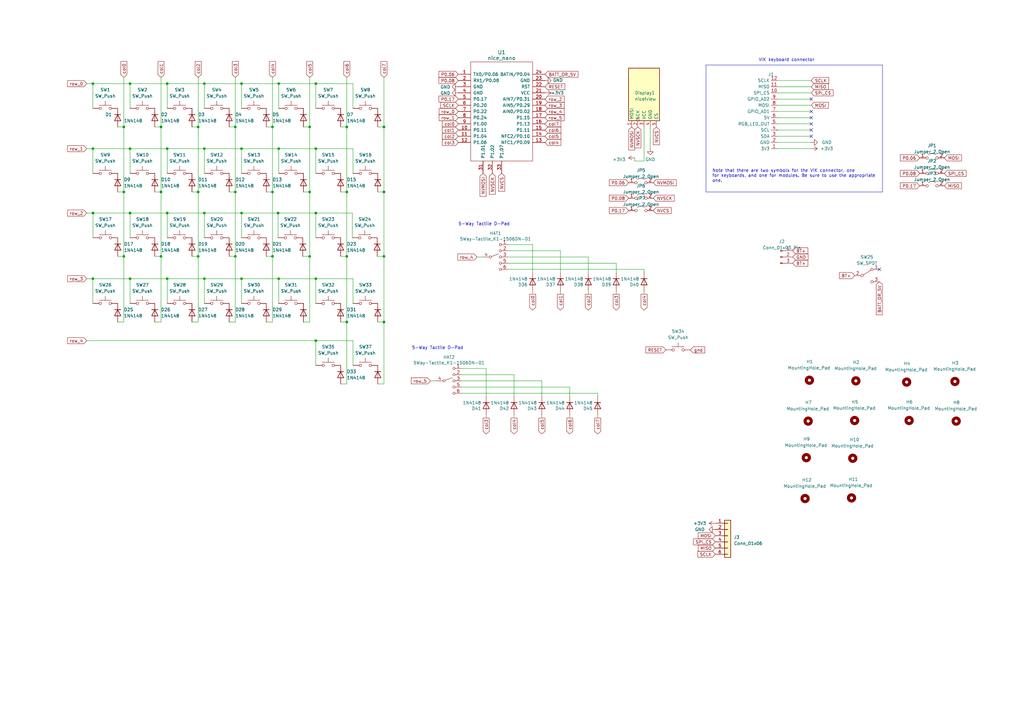
<source format=kicad_sch>
(kicad_sch (version 20230121) (generator eeschema)
  (paper "A3")
  (junction (at 127 105.156))
  (junction (at 142.24 132.08))
  (junction (at 142.24 52.07))
  (junction (at 38.1481 87.376))
  (junction (at 53.34 34.29))
  (junction (at 114.3 34.29))
  (junction (at 50.8 78.74))
  (junction (at 129.54 34.29))
  (junction (at 68.58 34.29))
  (junction (at 96.52 105.156))
  (junction (at 129.54 87.376))
  (junction (at 53.34 60.96))
  (junction (at 127 52.07))
  (junction (at 99.06 87.376))
  (junction (at 81.28 105.156))
  (junction (at 66.04 78.74))
  (junction (at 38.1 34.29))
  (junction (at 53.34 87.376))
  (junction (at 38.1 60.96))
  (junction (at 157.48 78.74))
  (junction (at 81.28 52.07))
  (junction (at 129.54 114.3))
  (junction (at 96.52 52.07))
  (junction (at 127 78.74))
  (junction (at 111.76 78.74))
  (junction (at 99.06 60.96))
  (junction (at 50.8 52.07))
  (junction (at 99.06 114.3))
  (junction (at 38.1 114.3))
  (junction (at 96.52 78.74))
  (junction (at 83.82 34.29))
  (junction (at 50.8 105.156))
  (junction (at 114.046 87.376))
  (junction (at 66.04 52.07))
  (junction (at 99.06 34.29))
  (junction (at 68.58 60.96))
  (junction (at 111.76 105.156))
  (junction (at 129.54 139.7))
  (junction (at 81.28 78.74))
  (junction (at 114.3 114.3))
  (junction (at 68.58 87.376))
  (junction (at 142.24 78.74))
  (junction (at 114.3 60.96))
  (junction (at 111.76 52.07))
  (junction (at 66.04 105.156))
  (junction (at 157.48 105.156))
  (junction (at 83.82 60.96))
  (junction (at 83.82 114.3))
  (junction (at 157.48 132.08))
  (junction (at 129.54 60.96))
  (junction (at 157.48 52.07))
  (junction (at 68.58 114.3))
  (junction (at 142.24 105.156))
  (junction (at 83.82 87.376))
  (junction (at 53.34 114.3))
  (no_connect (at 332.74 55.88))
  (no_connect (at 332.74 53.34))
  (no_connect (at 332.74 48.26))
  (no_connect (at 360.68 110.49))
  (no_connect (at 332.74 50.8))
  (no_connect (at 332.74 40.64))
  (no_connect (at 332.74 45.72))
  (wire (pts (xy 114.3 34.29) (xy 129.54 34.29)))
  (wire (pts (xy 129.54 60.96) (xy 144.78 60.96)))
  (wire (pts (xy 318.77 40.64) (xy 332.74 40.64)))
  (wire (pts (xy 157.48 78.74) (xy 157.48 52.07)))
  (wire (pts (xy 241.3 119.38) (xy 241.3 120.65)))
  (wire (pts (xy 50.8 105.156) (xy 50.8 132.08)))
  (wire (pts (xy 111.76 52.07) (xy 111.76 78.74)))
  (wire (pts (xy 50.8 78.74) (xy 48.26 78.74)))
  (wire (pts (xy 189.23 153.67) (xy 210.82 153.67)))
  (wire (pts (xy 318.77 33.02) (xy 332.74 33.02)))
  (wire (pts (xy 139.7 157.48) (xy 142.24 157.48)))
  (wire (pts (xy 53.34 114.3) (xy 68.58 114.3)))
  (wire (pts (xy 127 105.156) (xy 124.206 105.156)))
  (wire (pts (xy 142.24 105.156) (xy 142.24 132.08)))
  (wire (pts (xy 233.68 158.75) (xy 233.68 162.56)))
  (wire (pts (xy 318.77 58.42) (xy 332.74 58.42)))
  (wire (pts (xy 189.23 151.13) (xy 199.39 151.13)))
  (wire (pts (xy 38.1 60.96) (xy 53.34 60.96)))
  (wire (pts (xy 252.73 107.95) (xy 252.73 111.76)))
  (wire (pts (xy 218.44 119.38) (xy 218.44 120.65)))
  (wire (pts (xy 83.82 114.3) (xy 99.06 114.3)))
  (wire (pts (xy 111.76 105.156) (xy 111.76 132.08)))
  (wire (pts (xy 199.39 170.18) (xy 199.39 171.45)))
  (wire (pts (xy 114.3 114.3) (xy 114.3 124.46)))
  (wire (pts (xy 99.06 114.3) (xy 114.3 114.3)))
  (wire (pts (xy 81.28 78.74) (xy 81.28 105.156)))
  (wire (pts (xy 318.77 45.72) (xy 332.74 45.72)))
  (wire (pts (xy 189.23 156.21) (xy 222.25 156.21)))
  (wire (pts (xy 83.82 60.96) (xy 83.82 71.12)))
  (wire (pts (xy 53.34 124.46) (xy 53.34 114.3)))
  (wire (pts (xy 318.77 48.26) (xy 332.74 48.26)))
  (wire (pts (xy 144.526 87.376) (xy 144.526 97.536)))
  (wire (pts (xy 35.56 34.29) (xy 38.1 34.29)))
  (wire (pts (xy 66.04 105.156) (xy 66.04 132.08)))
  (wire (pts (xy 81.28 105.156) (xy 81.28 132.08)))
  (wire (pts (xy 154.94 157.48) (xy 157.48 157.48)))
  (wire (pts (xy 208.28 102.87) (xy 229.87 102.87)))
  (wire (pts (xy 68.58 34.29) (xy 83.82 34.29)))
  (wire (pts (xy 53.34 87.376) (xy 68.58 87.376)))
  (wire (pts (xy 127 78.74) (xy 124.46 78.74)))
  (wire (pts (xy 38.1 34.29) (xy 53.34 34.29)))
  (wire (pts (xy 198.12 105.41) (xy 195.58 105.41)))
  (wire (pts (xy 99.06 60.96) (xy 99.06 71.12)))
  (wire (pts (xy 157.48 52.07) (xy 154.94 52.07)))
  (wire (pts (xy 142.24 78.74) (xy 139.7 78.74)))
  (wire (pts (xy 144.78 139.7) (xy 144.78 149.86)))
  (wire (pts (xy 96.52 105.156) (xy 96.52 132.08)))
  (wire (pts (xy 218.44 100.33) (xy 218.44 111.76)))
  (wire (pts (xy 264.16 52.07) (xy 264.16 66.04)))
  (wire (pts (xy 318.77 53.34) (xy 332.74 53.34)))
  (wire (pts (xy 127 105.156) (xy 127 132.08)))
  (wire (pts (xy 48.3081 105.156) (xy 50.8 105.156)))
  (wire (pts (xy 83.82 60.96) (xy 99.06 60.96)))
  (wire (pts (xy 129.54 60.96) (xy 129.54 71.12)))
  (wire (pts (xy 210.82 153.67) (xy 210.82 162.56)))
  (wire (pts (xy 83.82 114.3) (xy 83.82 124.46)))
  (wire (pts (xy 129.54 114.3) (xy 144.78 114.3)))
  (wire (pts (xy 189.23 161.29) (xy 245.11 161.29)))
  (wire (pts (xy 157.48 78.74) (xy 157.48 105.156)))
  (wire (pts (xy 78.74 132.08) (xy 81.28 132.08)))
  (wire (pts (xy 38.1 34.29) (xy 38.1 44.45)))
  (wire (pts (xy 68.58 114.3) (xy 83.82 114.3)))
  (wire (pts (xy 127 78.74) (xy 127 52.07)))
  (wire (pts (xy 96.52 78.74) (xy 93.98 78.74)))
  (wire (pts (xy 233.68 170.18) (xy 233.68 171.45)))
  (wire (pts (xy 129.54 114.3) (xy 129.54 124.46)))
  (wire (pts (xy 129.54 34.29) (xy 129.54 44.45)))
  (wire (pts (xy 66.04 52.07) (xy 66.04 78.74)))
  (wire (pts (xy 318.77 60.96) (xy 332.74 60.96)))
  (wire (pts (xy 157.48 132.08) (xy 157.48 157.48)))
  (wire (pts (xy 127 78.74) (xy 127 105.156)))
  (wire (pts (xy 81.28 31.75) (xy 81.28 52.07)))
  (wire (pts (xy 99.06 87.376) (xy 114.046 87.376)))
  (wire (pts (xy 38.1 114.3) (xy 53.34 114.3)))
  (wire (pts (xy 127 52.07) (xy 124.46 52.07)))
  (wire (pts (xy 222.25 170.18) (xy 222.25 171.45)))
  (wire (pts (xy 114.3 34.29) (xy 114.3 44.45)))
  (wire (pts (xy 66.04 31.75) (xy 66.04 52.07)))
  (wire (pts (xy 109.22 132.08) (xy 111.76 132.08)))
  (wire (pts (xy 99.06 114.3) (xy 99.06 124.46)))
  (wire (pts (xy 63.5 105.156) (xy 66.04 105.156)))
  (wire (pts (xy 83.82 87.376) (xy 99.06 87.376)))
  (wire (pts (xy 208.28 110.49) (xy 264.16 110.49)))
  (wire (pts (xy 129.54 87.376) (xy 144.526 87.376)))
  (wire (pts (xy 124.46 132.08) (xy 127 132.08)))
  (polyline (pts (xy 289.56 26.67) (xy 361.95 26.67)))
  (wire (pts (xy 38.1481 87.376) (xy 53.34 87.376)))
  (wire (pts (xy 144.78 60.96) (xy 144.78 71.12)))
  (wire (pts (xy 111.76 78.74) (xy 111.76 105.156)))
  (wire (pts (xy 189.23 158.75) (xy 233.68 158.75)))
  (wire (pts (xy 114.3 114.3) (xy 129.54 114.3)))
  (wire (pts (xy 179.07 156.21) (xy 176.53 156.21)))
  (wire (pts (xy 129.54 34.29) (xy 144.78 34.29)))
  (polyline (pts (xy 361.95 78.74) (xy 289.56 78.74)))
  (wire (pts (xy 208.28 105.41) (xy 241.3 105.41)))
  (wire (pts (xy 83.82 34.29) (xy 99.06 34.29)))
  (wire (pts (xy 114.3 60.96) (xy 114.3 71.12)))
  (wire (pts (xy 109.22 52.07) (xy 111.76 52.07)))
  (wire (pts (xy 66.04 78.74) (xy 63.5 78.74)))
  (wire (pts (xy 99.06 87.376) (xy 99.06 97.536)))
  (wire (pts (xy 114.046 87.376) (xy 114.046 97.536)))
  (wire (pts (xy 139.7 132.08) (xy 142.24 132.08)))
  (wire (pts (xy 81.28 105.156) (xy 78.74 105.156)))
  (wire (pts (xy 129.54 139.7) (xy 129.54 149.86)))
  (wire (pts (xy 66.04 78.74) (xy 66.04 105.156)))
  (wire (pts (xy 144.78 34.29) (xy 144.78 44.45)))
  (wire (pts (xy 50.8 78.74) (xy 50.8 52.07)))
  (wire (pts (xy 99.06 34.29) (xy 99.06 44.45)))
  (wire (pts (xy 96.52 52.07) (xy 93.98 52.07)))
  (wire (pts (xy 96.52 78.74) (xy 96.52 105.156)))
  (wire (pts (xy 264.16 110.49) (xy 264.16 111.76)))
  (wire (pts (xy 229.87 119.38) (xy 229.87 120.65)))
  (wire (pts (xy 38.1481 87.376) (xy 38.1481 97.536)))
  (wire (pts (xy 99.06 60.96) (xy 114.3 60.96)))
  (wire (pts (xy 81.28 52.07) (xy 78.74 52.07)))
  (wire (pts (xy 38.1 114.3) (xy 38.1 124.46)))
  (wire (pts (xy 68.58 87.376) (xy 83.82 87.376)))
  (wire (pts (xy 38.1 71.12) (xy 38.1 60.96)))
  (wire (pts (xy 48.26 132.08) (xy 50.8 132.08)))
  (wire (pts (xy 93.98 132.08) (xy 96.52 132.08)))
  (wire (pts (xy 127 31.75) (xy 127 52.07)))
  (wire (pts (xy 252.73 119.38) (xy 252.73 120.65)))
  (wire (pts (xy 208.28 100.33) (xy 218.44 100.33)))
  (wire (pts (xy 111.76 31.75) (xy 111.76 52.07)))
  (wire (pts (xy 318.77 55.88) (xy 332.74 55.88)))
  (wire (pts (xy 68.58 114.3) (xy 68.58 124.46)))
  (wire (pts (xy 199.39 151.13) (xy 199.39 162.56)))
  (wire (pts (xy 68.58 60.96) (xy 83.82 60.96)))
  (wire (pts (xy 264.16 66.04) (xy 260.35 66.04)))
  (wire (pts (xy 68.58 60.96) (xy 68.58 71.12)))
  (wire (pts (xy 111.76 105.156) (xy 109.22 105.156)))
  (wire (pts (xy 129.54 139.7) (xy 144.78 139.7)))
  (wire (pts (xy 83.82 87.376) (xy 83.82 97.536)))
  (polyline (pts (xy 289.56 26.67) (xy 289.56 78.74)))
  (wire (pts (xy 142.24 105.156) (xy 139.7 105.156)))
  (wire (pts (xy 245.11 170.18) (xy 245.11 171.45)))
  (wire (pts (xy 99.06 34.29) (xy 114.3 34.29)))
  (wire (pts (xy 50.8 31.75) (xy 50.8 52.07)))
  (wire (pts (xy 260.35 66.04) (xy 260.35 64.77)))
  (wire (pts (xy 96.52 31.75) (xy 96.52 52.07)))
  (wire (pts (xy 157.48 78.74) (xy 154.94 78.74)))
  (wire (pts (xy 245.11 161.29) (xy 245.11 162.56)))
  (wire (pts (xy 318.77 50.8) (xy 332.74 50.8)))
  (wire (pts (xy 93.98 105.156) (xy 96.52 105.156)))
  (wire (pts (xy 35.56 139.7) (xy 129.54 139.7)))
  (wire (pts (xy 208.28 107.95) (xy 252.73 107.95)))
  (wire (pts (xy 35.56 60.96) (xy 38.1 60.96)))
  (wire (pts (xy 142.24 132.08) (xy 142.24 157.48)))
  (wire (pts (xy 50.8 78.74) (xy 50.8 105.156)))
  (wire (pts (xy 229.87 102.87) (xy 229.87 111.76)))
  (wire (pts (xy 129.54 87.376) (xy 129.54 97.536)))
  (polyline (pts (xy 361.95 26.67) (xy 361.95 78.74)))
  (wire (pts (xy 266.7 52.07) (xy 266.7 60.96)))
  (wire (pts (xy 111.76 78.74) (xy 109.22 78.74)))
  (wire (pts (xy 81.28 78.74) (xy 78.74 78.74)))
  (wire (pts (xy 114.046 87.376) (xy 129.54 87.376)))
  (wire (pts (xy 96.52 78.74) (xy 96.52 52.07)))
  (wire (pts (xy 53.34 34.29) (xy 68.58 34.29)))
  (wire (pts (xy 53.34 60.96) (xy 68.58 60.96)))
  (wire (pts (xy 318.77 38.1) (xy 332.74 38.1)))
  (wire (pts (xy 63.5 52.07) (xy 66.04 52.07)))
  (wire (pts (xy 53.34 34.29) (xy 53.34 44.45)))
  (wire (pts (xy 83.82 34.29) (xy 83.82 44.45)))
  (wire (pts (xy 142.24 31.75) (xy 142.24 52.07)))
  (wire (pts (xy 35.56 87.376) (xy 38.1481 87.376)))
  (wire (pts (xy 318.77 35.56) (xy 332.74 35.56)))
  (wire (pts (xy 68.58 34.29) (xy 68.58 44.45)))
  (wire (pts (xy 81.28 78.74) (xy 81.28 52.07)))
  (wire (pts (xy 68.58 87.376) (xy 68.58 97.536)))
  (wire (pts (xy 157.48 105.156) (xy 154.686 105.156)))
  (wire (pts (xy 241.3 105.41) (xy 241.3 111.76)))
  (wire (pts (xy 53.34 60.96) (xy 53.34 71.12)))
  (wire (pts (xy 154.94 132.08) (xy 157.48 132.08)))
  (wire (pts (xy 157.48 31.75) (xy 157.48 52.07)))
  (wire (pts (xy 63.5 132.08) (xy 66.04 132.08)))
  (wire (pts (xy 157.48 105.156) (xy 157.48 132.08)))
  (wire (pts (xy 142.24 78.74) (xy 142.24 105.156)))
  (wire (pts (xy 318.77 43.18) (xy 332.74 43.18)))
  (wire (pts (xy 222.25 156.21) (xy 222.25 162.56)))
  (wire (pts (xy 114.3 60.96) (xy 129.54 60.96)))
  (wire (pts (xy 139.7 52.07) (xy 142.24 52.07)))
  (wire (pts (xy 142.24 52.07) (xy 142.24 78.74)))
  (wire (pts (xy 35.56 114.3) (xy 38.1 114.3)))
  (wire (pts (xy 210.82 170.18) (xy 210.82 171.45)))
  (wire (pts (xy 144.78 114.3) (xy 144.78 124.46)))
  (wire (pts (xy 264.16 119.38) (xy 264.16 120.65)))
  (wire (pts (xy 53.34 87.376) (xy 53.34 97.536)))
  (wire (pts (xy 50.8 52.07) (xy 48.26 52.07)))
  (text "Note that there are two symbols for the VIK connector, one\nfor keyboards, and one for modules. Be sure to use the appropriate\none." (at 292.1 74.93 0) (effects (font (size 1.27 1.27)) (justify left bottom)))
  (text "5-Way Tactile D-Pad" (at 168.91 143.51 0) (effects (font (size 1.27 1.27)) (justify left bottom)))
  (text "VIK keyboard connector" (at 311.15 25.4 0) (effects (font (size 1.27 1.27)) (justify left bottom)))
  (text "5-Way Tactile D-Pad" (at 187.96 92.71 0) (effects (font (size 1.27 1.27)) (justify left bottom)))
  (global_label "NVCS" (shape input) (at 205.74 71.12 270) (property "Intersheetrefs" "${INTERSHEET_REFS}" (effects hide)))
  (global_label "col4" (shape output) (at 264.16 120.65 270) (property "Intersheetrefs" "${INTERSHEET_REFS}" (effects hide)))
  (global_label "P0.17" (shape input) (at 257.81 86.36 180) (property "Intersheetrefs" "${INTERSHEET_REFS}" (effects hide)))
  (global_label "col1" (shape input) (at 66.04 31.75 90) (property "Intersheetrefs" "${INTERSHEET_REFS}" (effects hide)))
  (global_label "row_4" (shape input) (at 223.52 45.72 0) (property "Intersheetrefs" "${INTERSHEET_REFS}" (effects hide)))
  (global_label "row_5" (shape input) (at 176.53 156.21 180) (property "Intersheetrefs" "${INTERSHEET_REFS}" (effects hide)))
  (global_label "row_0" (shape input) (at 35.56 34.29 180) (property "Intersheetrefs" "${INTERSHEET_REFS}" (effects hide)))
  (global_label "P0.06" (shape input) (at 187.96 30.48 180) (property "Intersheetrefs" "${INTERSHEET_REFS}" (effects hide)))
  (global_label "BATT_OR_5V" (shape input) (at 360.68 115.57 270) (property "Intersheetrefs" "${INTERSHEET_REFS}" (effects hide)))
  (global_label "col7" (shape input) (at 223.52 50.8 0) (property "Intersheetrefs" "${INTERSHEET_REFS}" (effects hide)))
  (global_label "GND" (shape input) (at 325.12 105.41 0) (property "Intersheetrefs" "${INTERSHEET_REFS}" (effects hide)))
  (global_label "row_1" (shape input) (at 35.56 60.96 180) (property "Intersheetrefs" "${INTERSHEET_REFS}" (effects hide)))
  (global_label "row_3" (shape input) (at 35.56 114.3 180) (property "Intersheetrefs" "${INTERSHEET_REFS}" (effects hide)))
  (global_label "NVMOSI" (shape input) (at 259.08 52.07 270) (property "Intersheetrefs" "${INTERSHEET_REFS}" (effects hide)))
  (global_label "MISO" (shape input) (at 387.35 76.2 0) (property "Intersheetrefs" "${INTERSHEET_REFS}" (effects hide)))
  (global_label "col6" (shape input) (at 142.24 31.75 90) (property "Intersheetrefs" "${INTERSHEET_REFS}" (effects hide)))
  (global_label "row_4" (shape input) (at 35.56 139.7 180) (property "Intersheetrefs" "${INTERSHEET_REFS}" (effects hide)))
  (global_label "row_4" (shape input) (at 195.58 105.41 180) (property "Intersheetrefs" "${INTERSHEET_REFS}" (effects hide)))
  (global_label "BT+" (shape input) (at 325.12 102.87 0) (property "Intersheetrefs" "${INTERSHEET_REFS}" (effects hide)))
  (global_label "NVMOSI" (shape input) (at 267.97 74.93 0) (property "Intersheetrefs" "${INTERSHEET_REFS}" (effects hide)))
  (global_label "SCLK" (shape input) (at 293.37 227.33 180) (property "Intersheetrefs" "${INTERSHEET_REFS}" (effects hide)))
  (global_label "SPI_CS" (shape input) (at 293.37 222.25 180) (property "Intersheetrefs" "${INTERSHEET_REFS}" (effects hide)))
  (global_label "col6" (shape output) (at 233.68 171.45 270) (property "Intersheetrefs" "${INTERSHEET_REFS}" (effects hide)))
  (global_label "MOSI" (shape input) (at 293.37 219.71 180) (property "Intersheetrefs" "${INTERSHEET_REFS}" (effects hide)))
  (global_label "SCLK" (shape input) (at 187.96 43.18 180) (property "Intersheetrefs" "${INTERSHEET_REFS}" (effects hide)))
  (global_label "col2" (shape input) (at 187.96 55.88 180) (property "Intersheetrefs" "${INTERSHEET_REFS}" (effects hide)))
  (global_label "col0" (shape input) (at 50.8 31.75 90) (property "Intersheetrefs" "${INTERSHEET_REFS}" (effects hide)))
  (global_label "MOSI" (shape input) (at 387.35 64.77 0) (property "Intersheetrefs" "${INTERSHEET_REFS}" (effects hide)))
  (global_label "row_1" (shape input) (at 187.96 48.26 180) (property "Intersheetrefs" "${INTERSHEET_REFS}" (effects hide)))
  (global_label "MISO" (shape input) (at 332.74 35.56 0) (property "Intersheetrefs" "${INTERSHEET_REFS}" (effects hide)))
  (global_label "MISO" (shape input) (at 293.37 224.79 180) (property "Intersheetrefs" "${INTERSHEET_REFS}" (effects hide)))
  (global_label "P0.08" (shape input) (at 377.19 71.12 180) (property "Intersheetrefs" "${INTERSHEET_REFS}" (effects hide)))
  (global_label "NVCS" (shape input) (at 267.97 86.36 0) (property "Intersheetrefs" "${INTERSHEET_REFS}" (effects hide)))
  (global_label "SPI_CS" (shape input) (at 387.35 71.12 0) (property "Intersheetrefs" "${INTERSHEET_REFS}" (effects hide)))
  (global_label "BT+" (shape input) (at 325.12 107.95 0) (property "Intersheetrefs" "${INTERSHEET_REFS}" (effects hide)))
  (global_label "P0.08" (shape input) (at 187.96 33.02 180) (property "Intersheetrefs" "${INTERSHEET_REFS}" (effects hide)))
  (global_label "col4" (shape output) (at 210.82 171.45 270) (property "Intersheetrefs" "${INTERSHEET_REFS}" (effects hide)))
  (global_label "P0.17" (shape input) (at 377.19 76.2 180) (property "Intersheetrefs" "${INTERSHEET_REFS}" (effects hide)))
  (global_label "gnd" (shape input) (at 283.21 143.51 0) (property "Intersheetrefs" "${INTERSHEET_REFS}" (effects hide)))
  (global_label "col2" (shape output) (at 241.3 120.65 270) (property "Intersheetrefs" "${INTERSHEET_REFS}" (effects hide)))
  (global_label "BATT_OR_5V" (shape input) (at 223.52 30.48 0) (property "Intersheetrefs" "${INTERSHEET_REFS}" (effects hide)))
  (global_label "SPI_CS" (shape input) (at 332.74 38.1 0) (property "Intersheetrefs" "${INTERSHEET_REFS}" (effects hide)))
  (global_label "col4" (shape input) (at 111.76 31.75 90) (property "Intersheetrefs" "${INTERSHEET_REFS}" (effects hide)))
  (global_label "RESET" (shape input) (at 273.05 143.51 180) (property "Intersheetrefs" "${INTERSHEET_REFS}" (effects hide)))
  (global_label "RESET" (shape input) (at 223.52 35.56 0) (property "Intersheetrefs" "${INTERSHEET_REFS}" (effects hide)))
  (global_label "col7" (shape input) (at 157.48 31.75 90) (property "Intersheetrefs" "${INTERSHEET_REFS}" (effects hide)))
  (global_label "col3" (shape output) (at 199.39 171.45 270) (property "Intersheetrefs" "${INTERSHEET_REFS}" (effects hide)))
  (global_label "row_0" (shape input) (at 187.96 45.72 180) (property "Intersheetrefs" "${INTERSHEET_REFS}" (effects hide)))
  (global_label "SCLK" (shape input) (at 332.74 33.02 0) (property "Intersheetrefs" "${INTERSHEET_REFS}" (effects hide)))
  (global_label "BT+" (shape input) (at 350.52 113.03 180) (property "Intersheetrefs" "${INTERSHEET_REFS}" (effects hide)))
  (global_label "row_3" (shape input) (at 223.52 43.18 0) (property "Intersheetrefs" "${INTERSHEET_REFS}" (effects hide)))
  (global_label "NVCS" (shape input) (at 269.24 52.07 270) (property "Intersheetrefs" "${INTERSHEET_REFS}" (effects hide)))
  (global_label "P0.17" (shape input) (at 187.96 40.64 180) (property "Intersheetrefs" "${INTERSHEET_REFS}" (effects hide)))
  (global_label "P0.06" (shape input) (at 257.81 74.93 180) (property "Intersheetrefs" "${INTERSHEET_REFS}" (effects hide)))
  (global_label "col4" (shape input) (at 223.52 58.42 0) (property "Intersheetrefs" "${INTERSHEET_REFS}" (effects hide)))
  (global_label "col0" (shape input) (at 187.96 50.8 180) (property "Intersheetrefs" "${INTERSHEET_REFS}" (effects hide)))
  (global_label "col6" (shape input) (at 223.52 53.34 0) (property "Intersheetrefs" "${INTERSHEET_REFS}" (effects hide)))
  (global_label "col1" (shape input) (at 187.96 53.34 180) (property "Intersheetrefs" "${INTERSHEET_REFS}" (effects hide)))
  (global_label "MOSI" (shape input) (at 332.74 43.18 0) (property "Intersheetrefs" "${INTERSHEET_REFS}" (effects hide)))
  (global_label "row_2" (shape input) (at 223.52 40.64 0) (property "Intersheetrefs" "${INTERSHEET_REFS}" (effects hide)))
  (global_label "col5" (shape input) (at 127 31.75 90) (property "Intersheetrefs" "${INTERSHEET_REFS}" (effects hide)))
  (global_label "col2" (shape input) (at 81.28 31.75 90) (property "Intersheetrefs" "${INTERSHEET_REFS}" (effects hide)))
  (global_label "NVSCK" (shape input) (at 201.93 71.12 270) (property "Intersheetrefs" "${INTERSHEET_REFS}" (effects hide)))
  (global_label "row_2" (shape input) (at 35.56 87.376 180) (property "Intersheetrefs" "${INTERSHEET_REFS}" (effects hide)))
  (global_label "row_5" (shape input) (at 223.52 48.26 0) (property "Intersheetrefs" "${INTERSHEET_REFS}" (effects hide)))
  (global_label "col0" (shape output) (at 218.44 120.65 270) (property "Intersheetrefs" "${INTERSHEET_REFS}" (effects hide)))
  (global_label "col3" (shape input) (at 96.52 31.75 90) (property "Intersheetrefs" "${INTERSHEET_REFS}" (effects hide)))
  (global_label "col3" (shape output) (at 252.73 120.65 270) (property "Intersheetrefs" "${INTERSHEET_REFS}" (effects hide)))
  (global_label "col3" (shape input) (at 187.96 58.42 180) (property "Intersheetrefs" "${INTERSHEET_REFS}" (effects hide)))
  (global_label "P0.08" (shape input) (at 257.81 81.28 180) (property "Intersheetrefs" "${INTERSHEET_REFS}" (effects hide)))
  (global_label "NVMOSI" (shape input) (at 198.12 71.12 270) (property "Intersheetrefs" "${INTERSHEET_REFS}" (effects hide)))
  (global_label "col7" (shape output) (at 245.11 171.45 270) (property "Intersheetrefs" "${INTERSHEET_REFS}" (effects hide)))
  (global_label "P0.06" (shape input) (at 377.19 64.77 180) (property "Intersheetrefs" "${INTERSHEET_REFS}" (effects hide)))
  (global_label "col5" (shape output) (at 222.25 171.45 270) (property "Intersheetrefs" "${INTERSHEET_REFS}" (effects hide)))
  (global_label "col5" (shape input) (at 223.52 55.88 0) (property "Intersheetrefs" "${INTERSHEET_REFS}" (effects hide)))
  (global_label "col1" (shape output) (at 229.87 120.65 270) (property "Intersheetrefs" "${INTERSHEET_REFS}" (effects hide)))
  (global_label "NVSCK" (shape input) (at 267.97 81.28 0) (property "Intersheetrefs" "${INTERSHEET_REFS}" (effects hide)))
  (global_label "NVSCK" (shape input) (at 261.62 52.07 270) (property "Intersheetrefs" "${INTERSHEET_REFS}" (effects hide)))
  (symbol (lib_id "alaa:Diode_1N4148") (at 63.5 48.26 270) (unit 1)
    (property "Reference" "D2" (at 66.04 46.9899 90) (effects (justify left)))
    (property "Value" "1N4148" (at 66.04 49.5299 90) (effects (justify left)))
    (property "Footprint" "Diode_SMD:D_SOD-123" (effects hide))
    (property "Datasheet" "https://assets.nexperia.com/documents/data-sheet/1N4148_1N4448.pdf" (effects hide))
    (property "LCSC" "C8598" (effects hide))
  )
  (symbol (lib_id "Device:D") (at 264.16 115.57 270) (unit 1)
    (property "Reference" "D40" (at 262.128 116.7384 90) (effects (justify right)))
    (property "Value" "1N4148" (at 262.128 114.427 90) (effects (justify right)))
    (property "Footprint" "Diode_SMD:D_SOD-123" (effects hide))
    (property "Datasheet" "https://assets.nexperia.com/documents/data-sheet/1N4148_1N4448.pdf" (effects hide))
    (property "LCSC" "C8598" (effects hide))
  )
  (symbol (lib_id "Mechanical:MountingHole") (at 331.978 155.956 0) (unit 1)
    (property "Reference" "H1" (at 330.708 148.336 0) (effects (justify left)))
    (property "Value" "MountingHole_Pad" (at 323.088 150.876 0) (effects (justify left)))
    (property "Footprint" "Alaa:MountingHole_M3" (effects hide))
  )
  (symbol (lib_id "alaa:Diode_1N4148") (at 48.26 128.27 270) (unit 1)
    (property "Reference" "D25" (at 50.8 126.9999 90) (effects (justify left)))
    (property "Value" "1N4148" (at 50.8 129.5399 90) (effects (justify left)))
    (property "Footprint" "Diode_SMD:D_SOD-123" (effects hide))
    (property "Datasheet" "https://assets.nexperia.com/documents/data-sheet/1N4148_1N4448.pdf" (effects hide))
    (property "LCSC" "C8598" (effects hide))
  )
  (symbol (lib_id "Mechanical:MountingHole") (at 351.028 156.21 0) (unit 1)
    (property "Reference" "H2" (at 349.758 148.59 0) (effects (justify left)))
    (property "Value" "MountingHole_Pad" (at 342.138 151.13 0) (effects (justify left)))
    (property "Footprint" "Alaa:MountingHole_M3" (effects hide))
  )
  (symbol (lib_id "Mechanical:MountingHole") (at 330.2 204.47 0) (unit 1)
    (property "Reference" "H12" (at 328.93 196.85 0) (effects (justify left)))
    (property "Value" "MountingHole_Pad" (at 321.31 199.39 0) (effects (justify left)))
    (property "Footprint" "Alaa:MountingHole_M3" (effects hide))
  )
  (symbol (lib_id "Switch:SW_Push") (at 104.14 71.12 0) (unit 1)
    (property "Reference" "SW13" (at 104.14 63.5 0))
    (property "Value" "SW_Push" (at 104.14 66.04 0))
    (property "Footprint" "Alaa:Kailh_hotswap_only_MX-CHOC" (effects hide))
  )
  (symbol (lib_id "vik:vik-keyboard-connector") (at 318.77 46.99 180) (unit 1)
    (property "Reference" "J1" (at 316.23 30.48 0))
    (property "Value" "~" (at 318.77 53.34 0))
    (property "Footprint" "vik:vik-keyboard-connector-horizontal" (effects hide))
    (property "LCSC" "C479750" (effects hide))
  )
  (symbol (lib_id "Mechanical:MountingHole") (at 349.758 187.96 0) (unit 1)
    (property "Reference" "H10" (at 348.488 180.34 0) (effects (justify left)))
    (property "Value" "MountingHole_Pad" (at 340.868 182.88 0) (effects (justify left)))
    (property "Footprint" "Alaa:MountingHole_M3" (effects hide))
  )
  (symbol (lib_id "Switch:SW_Push") (at 134.62 97.536 0) (unit 1)
    (property "Reference" "SW23" (at 134.62 89.916 0))
    (property "Value" "SW_Push" (at 134.62 92.456 0))
    (property "Footprint" "Alaa:Kailh_hotswap_only_MX-CHOC" (effects hide))
  )
  (symbol (lib_id "power:GND") (at 187.96 38.1 270) (unit 1)
    (property "Reference" "#PWR03" (effects hide))
    (property "Value" "GND" (at 184.7088 38.227 90) (effects (justify right)))
  )
  (symbol (lib_id "Device:D") (at 229.87 115.57 270) (unit 1)
    (property "Reference" "D37" (at 227.838 116.7384 90) (effects (justify right)))
    (property "Value" "1N4148" (at 227.838 114.427 90) (effects (justify right)))
    (property "Footprint" "Diode_SMD:D_SOD-123" (effects hide))
    (property "Datasheet" "https://assets.nexperia.com/documents/data-sheet/1N4148_1N4448.pdf" (effects hide))
    (property "LCSC" "C8598" (effects hide))
  )
  (symbol (lib_id "Switch:SW_Push") (at 149.86 44.45 0) (unit 1)
    (property "Reference" "SW8" (at 149.86 36.83 0))
    (property "Value" "SW_Push" (at 149.86 39.37 0))
    (property "Footprint" "Alaa:Kailh_hotswap_only_MX-CHOC" (effects hide))
  )
  (symbol (lib_id "Jumper:Jumper_2_Open") (at 382.27 76.2 0) (unit 1)
    (property "Reference" "JP3" (at 382.27 71.12 0))
    (property "Value" "Jumper_2_Open" (at 382.27 73.66 0))
    (property "Footprint" "Jumper:SolderJumper-2_P1.3mm_Open_TrianglePad1.0x1.5mm" (effects hide))
  )
  (symbol (lib_id "alaa:Diode_1N4148") (at 124.46 128.27 270) (unit 1)
    (property "Reference" "D30" (effects hide))
    (property "Value" "1N4148" (effects hide))
    (property "Footprint" "Diode_SMD:D_SOD-123" (effects hide))
    (property "Datasheet" "https://assets.nexperia.com/documents/data-sheet/1N4148_1N4448.pdf" (effects hide))
    (property "LCSC" "C8598" (effects hide))
  )
  (symbol (lib_id "Jumper:Jumper_2_Open") (at 262.89 81.28 0) (unit 1)
    (property "Reference" "JP6" (at 262.89 76.2 0))
    (property "Value" "Jumper_2_Open" (at 262.89 78.74 0))
    (property "Footprint" "Jumper:SolderJumper-2_P1.3mm_Open_TrianglePad1.0x1.5mm" (effects hide))
  )
  (symbol (lib_id "alaa:Diode_1N4148") (at 63.5 74.93 270) (unit 1)
    (property "Reference" "D10" (at 66.04 73.6599 90) (effects (justify left)))
    (property "Value" "1N4148" (at 66.04 76.1999 90) (effects (justify left)))
    (property "Footprint" "Diode_SMD:D_SOD-123" (effects hide))
    (property "Datasheet" "https://assets.nexperia.com/documents/data-sheet/1N4148_1N4448.pdf" (effects hide))
    (property "LCSC" "C8598" (effects hide))
  )
  (symbol (lib_id "power:+3V3") (at 332.74 60.96 270) (unit 1)
    (property "Reference" "#PWR07" (effects hide))
    (property "Value" "+3V3" (at 339.09 60.96 90))
  )
  (symbol (lib_id "Switch:SW_Push") (at 43.18 124.46 0) (unit 1)
    (property "Reference" "SW26" (at 43.18 116.84 0))
    (property "Value" "SW_Push" (at 43.18 119.38 0))
    (property "Footprint" "Alaa:Kailh_hotswap_only_MX-CHOC" (effects hide))
  )
  (symbol (lib_id "power:+3V3") (at 223.52 38.1 270) (unit 1)
    (property "Reference" "#PWR04" (effects hide))
    (property "Value" "+3V3" (at 228.6 38.1 90))
  )
  (symbol (lib_id "nice_view:nice!view") (at 264.16 39.37 0) (unit 1)
    (property "Reference" "Display1" (at 260.35 38.1031 0) (effects (justify left)))
    (property "Value" "nice!view" (at 260.35 40.64 0) (effects (justify left)))
    (property "Footprint" "Alaa:nice_view" (effects hide))
    (property "Datasheet" "https://nicekeyboards.com/docs/nice-view/pinout-schematic" (effects hide))
  )
  (symbol (lib_id "Device:D") (at 252.73 115.57 270) (unit 1)
    (property "Reference" "D39" (at 250.698 116.7384 90) (effects (justify right)))
    (property "Value" "1N4148" (at 250.698 114.427 90) (effects (justify right)))
    (property "Footprint" "Diode_SMD:D_SOD-123" (effects hide))
    (property "Datasheet" "https://assets.nexperia.com/documents/data-sheet/1N4148_1N4448.pdf" (effects hide))
    (property "LCSC" "C8598" (effects hide))
  )
  (symbol (lib_id "Switch:SW_Push") (at 43.18 44.45 0) (unit 1)
    (property "Reference" "SW1" (at 43.18 36.83 0))
    (property "Value" "SW_Push" (at 43.18 39.37 0))
    (property "Footprint" "Alaa:Kailh_hotswap_only_MX-CHOC" (effects hide))
  )
  (symbol (lib_id "alaa:Diode_1N4148") (at 93.98 101.346 270) (unit 1)
    (property "Reference" "D20" (at 96.52 100.0759 90) (effects (justify left)))
    (property "Value" "1N4148" (at 96.52 102.6159 90) (effects (justify left)))
    (property "Footprint" "Diode_SMD:D_SOD-123" (effects hide))
    (property "Datasheet" "https://assets.nexperia.com/documents/data-sheet/1N4148_1N4448.pdf" (effects hide))
    (property "LCSC" "C8598" (effects hide))
  )
  (symbol (lib_id "Connector_Generic:Conn_01x06") (at 298.45 219.71 0) (unit 1)
    (property "Reference" "J3" (at 300.99 220.345 0) (effects (justify left)))
    (property "Value" "Conn_01x06" (at 300.99 222.885 0) (effects (justify left)))
    (property "Footprint" "Connector_PinHeader_2.54mm:PinHeader_1x06_P2.54mm_Vertical" (effects hide))
  )
  (symbol (lib_id "Switch:SW_Push") (at 119.38 124.46 0) (unit 1)
    (property "Reference" "SW31" (at 119.38 116.84 0))
    (property "Value" "SW_Push" (at 119.38 119.38 0))
    (property "Footprint" "Alaa:Kailh_hotswap_only_MX-CHOC" (effects hide))
  )
  (symbol (lib_id "Switch:SW_Push") (at 134.62 71.12 0) (unit 1)
    (property "Reference" "SW15" (at 134.62 63.5 0))
    (property "Value" "SW_Push" (at 134.62 66.04 0))
    (property "Footprint" "Alaa:Kailh_hotswap_only_MX-CHOC" (effects hide))
  )
  (symbol (lib_id "alaa:Diode_1N4148") (at 139.7 48.26 270) (unit 1)
    (property "Reference" "D7" (at 142.24 46.9899 90) (effects (justify left)))
    (property "Value" "1N4148" (at 142.24 49.5299 90) (effects (justify left)))
    (property "Footprint" "Diode_SMD:D_SOD-123" (effects hide))
    (property "Datasheet" "https://assets.nexperia.com/documents/data-sheet/1N4148_1N4448.pdf" (effects hide))
    (property "LCSC" "C8598" (effects hide))
  )
  (symbol (lib_id "Switch:SW_Push") (at 149.86 71.12 0) (unit 1)
    (property "Reference" "SW16" (at 149.86 63.5 0))
    (property "Value" "SW_Push" (at 149.86 66.04 0))
    (property "Footprint" "Alaa:Kailh_hotswap_only_MX-CHOC" (effects hide))
  )
  (symbol (lib_id "alaa:Diode_1N4148") (at 124.46 48.26 270) (unit 1)
    (property "Reference" "D6" (effects hide))
    (property "Value" "1N4148" (effects hide))
    (property "Footprint" "Diode_SMD:D_SOD-123" (effects hide))
    (property "Datasheet" "https://assets.nexperia.com/documents/data-sheet/1N4148_1N4448.pdf" (effects hide))
    (property "LCSC" "C8598" (effects hide))
  )
  (symbol (lib_id "Switch:SW_Push") (at 134.62 149.86 0) (unit 1)
    (property "Reference" "SW35" (at 134.62 142.24 0))
    (property "Value" "SW_Push" (at 134.62 144.78 0))
    (property "Footprint" "Alaa:Kailh_hotswap_only_MX-CHOC" (effects hide))
  )
  (symbol (lib_id "alaa:Diode_1N4148") (at 109.22 128.27 270) (unit 1)
    (property "Reference" "D29" (at 111.76 126.9999 90) (effects (justify left)))
    (property "Value" "1N4148" (at 111.76 129.5399 90) (effects (justify left)))
    (property "Footprint" "Diode_SMD:D_SOD-123" (effects hide))
    (property "Datasheet" "https://assets.nexperia.com/documents/data-sheet/1N4148_1N4448.pdf" (effects hide))
    (property "LCSC" "C8598" (effects hide))
  )
  (symbol (lib_id "nice_nano:nice_nano") (at 205.74 44.45 0) (unit 1)
    (property "Reference" "U1" (at 205.74 21.4472 0) (effects (font (size 1.524 1.524))))
    (property "Value" "nice_nano" (at 205.74 23.8284 0) (effects (font (size 1.524 1.524))))
    (property "Footprint" "Keebio-Parts:nice_nano" (effects hide))
  )
  (symbol (lib_id "alaa:Diode_1N4148") (at 78.74 128.27 270) (unit 1)
    (property "Reference" "D27" (at 81.28 126.9999 90) (effects (justify left)))
    (property "Value" "1N4148" (at 81.28 129.5399 90) (effects (justify left)))
    (property "Footprint" "Diode_SMD:D_SOD-123" (effects hide))
    (property "Datasheet" "https://assets.nexperia.com/documents/data-sheet/1N4148_1N4448.pdf" (effects hide))
    (property "LCSC" "C8598" (effects hide))
  )
  (symbol (lib_id "alaa:Diode_1N4148") (at 154.94 74.93 270) (unit 1)
    (property "Reference" "D16" (effects hide))
    (property "Value" "1N4148" (effects hide))
    (property "Footprint" "Diode_SMD:D_SOD-123" (effects hide))
    (property "Datasheet" "https://assets.nexperia.com/documents/data-sheet/1N4148_1N4448.pdf" (effects hide))
    (property "LCSC" "C8598" (effects hide))
  )
  (symbol (lib_id "Device:D") (at 199.39 166.37 270) (unit 1)
    (property "Reference" "D41" (at 197.358 167.5384 90) (effects (justify right)))
    (property "Value" "1N4148" (at 197.358 165.227 90) (effects (justify right)))
    (property "Footprint" "Diode_SMD:D_SOD-123" (effects hide))
    (property "Datasheet" "https://assets.nexperia.com/documents/data-sheet/1N4148_1N4448.pdf" (effects hide))
    (property "LCSC" "C8598" (effects hide))
  )
  (symbol (lib_id "alaa:Diode_1N4148") (at 139.7 101.346 270) (unit 1)
    (property "Reference" "D23" (at 142.24 100.0759 90) (effects (justify left)))
    (property "Value" "1N4148" (at 142.24 102.6159 90) (effects (justify left)))
    (property "Footprint" "Diode_SMD:D_SOD-123" (effects hide))
    (property "Datasheet" "https://assets.nexperia.com/documents/data-sheet/1N4148_1N4448.pdf" (effects hide))
    (property "LCSC" "C8598" (effects hide))
  )
  (symbol (lib_id "alaa:Diode_1N4148") (at 139.7 74.93 270) (unit 1)
    (property "Reference" "D15" (at 142.24 73.6599 90) (effects (justify left)))
    (property "Value" "1N4148" (at 142.24 76.1999 90) (effects (justify left)))
    (property "Footprint" "Diode_SMD:D_SOD-123" (effects hide))
    (property "Datasheet" "https://assets.nexperia.com/documents/data-sheet/1N4148_1N4448.pdf" (effects hide))
    (property "LCSC" "C8598" (effects hide))
  )
  (symbol (lib_id "alaa:Diode_1N4148") (at 78.74 48.26 270) (unit 1)
    (property "Reference" "D3" (at 81.28 46.9899 90) (effects (justify left)))
    (property "Value" "1N4148" (at 81.28 49.5299 90) (effects (justify left)))
    (property "Footprint" "Diode_SMD:D_SOD-123" (effects hide))
    (property "Datasheet" "https://assets.nexperia.com/documents/data-sheet/1N4148_1N4448.pdf" (effects hide))
    (property "LCSC" "C8598" (effects hide))
  )
  (symbol (lib_id "Device:D") (at 222.25 166.37 270) (unit 1)
    (property "Reference" "D43" (at 220.218 167.5384 90) (effects (justify right)))
    (property "Value" "1N4148" (at 220.218 165.227 90) (effects (justify right)))
    (property "Footprint" "Diode_SMD:D_SOD-123" (effects hide))
    (property "Datasheet" "https://assets.nexperia.com/documents/data-sheet/1N4148_1N4448.pdf" (effects hide))
    (property "LCSC" "C8598" (effects hide))
  )
  (symbol (lib_id "alaa:Diode_1N4148") (at 154.94 153.67 270) (unit 1)
    (property "Reference" "D35" (effects hide))
    (property "Value" "1N4148" (effects hide))
    (property "Footprint" "Diode_SMD:D_SOD-123" (effects hide))
    (property "Datasheet" "https://assets.nexperia.com/documents/data-sheet/1N4148_1N4448.pdf" (effects hide))
    (property "LCSC" "C8598" (effects hide))
  )
  (symbol (lib_id "alaa:Diode_1N4148") (at 124.206 101.346 270) (unit 1)
    (property "Reference" "D22" (effects hide))
    (property "Value" "1N4148" (effects hide))
    (property "Footprint" "Diode_SMD:D_SOD-123" (effects hide))
    (property "Datasheet" "https://assets.nexperia.com/documents/data-sheet/1N4148_1N4448.pdf" (effects hide))
    (property "LCSC" "C8598" (effects hide))
  )
  (symbol (lib_id "alaa:Diode_1N4148") (at 63.5 101.346 270) (unit 1)
    (property "Reference" "D18" (at 66.04 100.0759 90) (effects (justify left)))
    (property "Value" "1N4148" (at 66.04 102.6159 90) (effects (justify left)))
    (property "Footprint" "Diode_SMD:D_SOD-123" (effects hide))
    (property "Datasheet" "https://assets.nexperia.com/documents/data-sheet/1N4148_1N4448.pdf" (effects hide))
    (property "LCSC" "C8598" (effects hide))
  )
  (symbol (lib_id "Mechanical:MountingHole") (at 391.668 156.464 0) (unit 1)
    (property "Reference" "H3" (at 390.398 148.844 0) (effects (justify left)))
    (property "Value" "MountingHole_Pad" (at 382.778 151.384 0) (effects (justify left)))
    (property "Footprint" "Alaa:MountingHole_M3" (effects hide))
  )
  (symbol (lib_id "Switch:SW_Push") (at 104.14 44.45 0) (unit 1)
    (property "Reference" "SW5" (at 104.14 36.83 0))
    (property "Value" "SW_Push" (at 104.14 39.37 0))
    (property "Footprint" "Alaa:Kailh_hotswap_only_MX-CHOC" (effects hide))
  )
  (symbol (lib_id "Switch:SW_Push") (at 73.66 44.45 0) (unit 1)
    (property "Reference" "SW3" (at 73.66 36.83 0))
    (property "Value" "SW_Push" (at 73.66 39.37 0))
    (property "Footprint" "Alaa:Kailh_hotswap_only_MX-CHOC" (effects hide))
  )
  (symbol (lib_id "Switch:SW_SPDT") (at 355.6 113.03 0) (unit 1)
    (property "Reference" "SW25" (at 355.6 105.41 0))
    (property "Value" "SW_SPDT" (at 355.6 107.95 0))
    (property "Footprint" "Alaa:SW_CuK_OS102011MA1QN1_SPDT_Angled" (effects hide))
  )
  (symbol (lib_id "Switch:SW_Push") (at 104.14 97.536 0) (unit 1)
    (property "Reference" "SW21" (at 104.14 89.916 0))
    (property "Value" "SW_Push" (at 104.14 92.456 0))
    (property "Footprint" "Alaa:Kailh_hotswap_only_MX-CHOC" (effects hide))
  )
  (symbol (lib_id "Switch:SW_Push") (at 58.42 44.45 0) (unit 1)
    (property "Reference" "SW2" (at 58.42 36.83 0))
    (property "Value" "SW_Push" (at 58.42 39.37 0))
    (property "Footprint" "Alaa:Kailh_hotswap_only_MX-CHOC" (effects hide))
  )
  (symbol (lib_id "Mechanical:MountingHole") (at 349.25 204.216 0) (unit 1)
    (property "Reference" "H11" (at 347.98 196.596 0) (effects (justify left)))
    (property "Value" "MountingHole_Pad" (at 340.36 199.136 0) (effects (justify left)))
    (property "Footprint" "Alaa:MountingHole_M3" (effects hide))
  )
  (symbol (lib_id "alaa:Diode_1N4148") (at 109.22 101.346 270) (unit 1)
    (property "Reference" "D21" (at 111.76 100.0759 90) (effects (justify left)))
    (property "Value" "1N4148" (at 111.76 102.6159 90) (effects (justify left)))
    (property "Footprint" "Diode_SMD:D_SOD-123" (effects hide))
    (property "Datasheet" "https://assets.nexperia.com/documents/data-sheet/1N4148_1N4448.pdf" (effects hide))
    (property "LCSC" "C8598" (effects hide))
  )
  (symbol (lib_id "Mechanical:MountingHole") (at 371.856 156.718 0) (unit 1)
    (property "Reference" "H4" (at 370.586 149.098 0) (effects (justify left)))
    (property "Value" "MountingHole_Pad" (at 362.966 151.638 0) (effects (justify left)))
    (property "Footprint" "Alaa:MountingHole_M3" (effects hide))
  )
  (symbol (lib_id "Switch:SW_Push") (at 134.62 44.45 0) (unit 1)
    (property "Reference" "SW7" (at 134.62 36.83 0))
    (property "Value" "SW_Push" (at 134.62 39.37 0))
    (property "Footprint" "Alaa:Kailh_hotswap_only_MX-CHOC" (effects hide))
  )
  (symbol (lib_id "alaa:Diode_1N4148") (at 78.74 101.346 270) (unit 1)
    (property "Reference" "D19" (at 81.28 100.0759 90) (effects (justify left)))
    (property "Value" "1N4148" (at 81.28 102.6159 90) (effects (justify left)))
    (property "Footprint" "Diode_SMD:D_SOD-123" (effects hide))
    (property "Datasheet" "https://assets.nexperia.com/documents/data-sheet/1N4148_1N4448.pdf" (effects hide))
    (property "LCSC" "C8598" (effects hide))
  )
  (symbol (lib_id "Switch:SW_Push") (at 134.62 124.46 0) (unit 1)
    (property "Reference" "SW32" (at 134.62 116.84 0))
    (property "Value" "SW_Push" (at 134.62 119.38 0))
    (property "Footprint" "Alaa:Kailh_hotswap_only_MX-CHOC" (effects hide))
  )
  (symbol (lib_id "Device:D") (at 241.3 115.57 270) (unit 1)
    (property "Reference" "D38" (at 239.268 116.7384 90) (effects (justify right)))
    (property "Value" "1N4148" (at 239.268 114.427 90) (effects (justify right)))
    (property "Footprint" "Diode_SMD:D_SOD-123" (effects hide))
    (property "Datasheet" "https://assets.nexperia.com/documents/data-sheet/1N4148_1N4448.pdf" (effects hide))
    (property "LCSC" "C8598" (effects hide))
  )
  (symbol (lib_id "alaa:Diode_1N4148") (at 93.98 48.26 270) (unit 1)
    (property "Reference" "D4" (at 96.52 46.9899 90) (effects (justify left)))
    (property "Value" "1N4148" (at 96.52 49.5299 90) (effects (justify left)))
    (property "Footprint" "Diode_SMD:D_SOD-123" (effects hide))
    (property "Datasheet" "https://assets.nexperia.com/documents/data-sheet/1N4148_1N4448.pdf" (effects hide))
    (property "LCSC" "C8598" (effects hide))
  )
  (symbol (lib_id "Mechanical:MountingHole") (at 331.47 172.72 0) (unit 1)
    (property "Reference" "H7" (at 330.2 165.1 0) (effects (justify left)))
    (property "Value" "MountingHole_Pad" (at 322.58 167.64 0) (effects (justify left)))
    (property "Footprint" "Alaa:MountingHole_M3" (effects hide))
  )
  (symbol (lib_id "Mechanical:MountingHole") (at 330.708 187.706 0) (unit 1)
    (property "Reference" "H9" (at 329.438 180.086 0) (effects (justify left)))
    (property "Value" "MountingHole_Pad" (at 321.818 182.626 0) (effects (justify left)))
    (property "Footprint" "Alaa:MountingHole_M3" (effects hide))
  )
  (symbol (lib_id "Switch:SW_Push") (at 73.66 97.536 0) (unit 1)
    (property "Reference" "SW19" (at 73.66 89.916 0))
    (property "Value" "SW_Push" (at 73.66 92.456 0))
    (property "Footprint" "Alaa:Kailh_hotswap_only_MX-CHOC" (effects hide))
  )
  (symbol (lib_id "Switch:SW_Push") (at 73.66 124.46 0) (unit 1)
    (property "Reference" "SW28" (at 73.66 116.84 0))
    (property "Value" "SW_Push" (at 73.66 119.38 0))
    (property "Footprint" "Alaa:Kailh_hotswap_only_MX-CHOC" (effects hide))
  )
  (symbol (lib_id "Switch:SW_Push") (at 88.9 97.536 0) (unit 1)
    (property "Reference" "SW20" (at 88.9 89.916 0))
    (property "Value" "SW_Push" (at 88.9 92.456 0))
    (property "Footprint" "Alaa:Kailh_hotswap_only_MX-CHOC" (effects hide))
  )
  (symbol (lib_id "alaa:Diode_1N4148") (at 139.7 153.67 270) (unit 1)
    (property "Reference" "D33" (at 142.24 152.3999 90) (effects (justify left)))
    (property "Value" "1N4148" (at 142.24 154.9399 90) (effects (justify left)))
    (property "Footprint" "Diode_SMD:D_SOD-123" (effects hide))
    (property "Datasheet" "https://assets.nexperia.com/documents/data-sheet/1N4148_1N4448.pdf" (effects hide))
    (property "LCSC" "C8598" (effects hide))
  )
  (symbol (lib_id "Switch:SW_Push") (at 149.86 149.86 0) (unit 1)
    (property "Reference" "SW37" (at 149.86 142.24 0))
    (property "Value" "SW_Push" (at 149.86 144.78 0))
    (property "Footprint" "Alaa:Kailh_hotswap_only_MX-CHOC" (effects hide))
  )
  (symbol (lib_id "Switch:SW_Push") (at 88.9 71.12 0) (unit 1)
    (property "Reference" "SW12" (at 88.9 63.5 0))
    (property "Value" "SW_Push" (at 88.9 66.04 0))
    (property "Footprint" "Alaa:Kailh_hotswap_only_MX-CHOC" (effects hide))
  )
  (symbol (lib_id "alaa:Diode_1N4148") (at 154.686 101.346 270) (unit 1)
    (property "Reference" "D24" (effects hide))
    (property "Value" "1N4148" (effects hide))
    (property "Footprint" "Diode_SMD:D_SOD-123" (effects hide))
    (property "Datasheet" "https://assets.nexperia.com/documents/data-sheet/1N4148_1N4448.pdf" (effects hide))
    (property "LCSC" "C8598" (effects hide))
  )
  (symbol (lib_id "Device:D") (at 210.82 166.37 270) (unit 1)
    (property "Reference" "D42" (at 208.788 167.5384 90) (effects (justify right)))
    (property "Value" "1N4148" (at 208.788 165.227 90) (effects (justify right)))
    (property "Footprint" "Diode_SMD:D_SOD-123" (effects hide))
    (property "Datasheet" "https://assets.nexperia.com/documents/data-sheet/1N4148_1N4448.pdf" (effects hide))
    (property "LCSC" "C8598" (effects hide))
  )
  (symbol (lib_id "alaa:Diode_1N4148") (at 78.74 74.93 270) (unit 1)
    (property "Reference" "D11" (at 81.28 73.6599 90) (effects (justify left)))
    (property "Value" "1N4148" (at 81.28 76.1999 90) (effects (justify left)))
    (property "Footprint" "Diode_SMD:D_SOD-123" (effects hide))
    (property "Datasheet" "https://assets.nexperia.com/documents/data-sheet/1N4148_1N4448.pdf" (effects hide))
    (property "LCSC" "C8598" (effects hide))
  )
  (symbol (lib_id "Switch:SW_Push") (at 43.2281 97.536 0) (unit 1)
    (property "Reference" "SW17" (at 43.2281 89.916 0))
    (property "Value" "SW_Push" (at 43.2281 92.456 0))
    (property "Footprint" "Alaa:Kailh_hotswap_only_MX-CHOC" (effects hide))
  )
  (symbol (lib_id "alaa:Diode_1N4148") (at 109.22 74.93 270) (unit 1)
    (property "Reference" "D13" (at 111.76 73.6599 90) (effects (justify left)))
    (property "Value" "1N4148" (at 111.76 76.1999 90) (effects (justify left)))
    (property "Footprint" "Diode_SMD:D_SOD-123" (effects hide))
    (property "Datasheet" "https://assets.nexperia.com/documents/data-sheet/1N4148_1N4448.pdf" (effects hide))
    (property "LCSC" "C8598" (effects hide))
  )
  (symbol (lib_id "Jumper:Jumper_2_Open") (at 262.89 86.36 0) (unit 1)
    (property "Reference" "JP7" (at 262.89 81.28 0))
    (property "Value" "Jumper_2_Open" (at 262.89 83.82 0))
    (property "Footprint" "Jumper:SolderJumper-2_P1.3mm_Open_TrianglePad1.0x1.5mm" (effects hide))
  )
  (symbol (lib_id "power:GND") (at 223.52 33.02 90) (unit 1)
    (property "Reference" "#PWR01" (effects hide))
    (property "Value" "GND" (at 226.7712 32.893 90) (effects (justify right)))
  )
  (symbol (lib_id "Device:D") (at 245.11 166.37 270) (unit 1)
    (property "Reference" "D45" (at 243.078 167.5384 90) (effects (justify right)))
    (property "Value" "1N4148" (at 243.078 165.227 90) (effects (justify right)))
    (property "Footprint" "Diode_SMD:D_SOD-123" (effects hide))
    (property "Datasheet" "https://assets.nexperia.com/documents/data-sheet/1N4148_1N4448.pdf" (effects hide))
    (property "LCSC" "C8598" (effects hide))
  )
  (symbol (lib_id "Switch:SW_Push") (at 119.38 44.45 0) (unit 1)
    (property "Reference" "SW6" (at 119.38 36.83 0))
    (property "Value" "SW_Push" (at 119.38 39.37 0))
    (property "Footprint" "Alaa:Kailh_hotswap_only_MX-CHOC" (effects hide))
  )
  (symbol (lib_id "Switch:SW_Push") (at 58.42 71.12 0) (unit 1)
    (property "Reference" "SW10" (at 58.42 63.5 0))
    (property "Value" "SW_Push" (at 58.42 66.04 0))
    (property "Footprint" "Alaa:Kailh_hotswap_only_MX-CHOC" (effects hide))
  )
  (symbol (lib_id "DjinnSymbols:5Way-Tactile_K1-1506DN-01") (at 184.15 156.21 0) (unit 1)
    (property "Reference" "HAT2" (at 184.15 146.4818 0))
    (property "Value" "5Way-Tactile_K1-1506DN-01" (at 184.15 148.7932 0))
    (property "Footprint" "Alaa:5Way-non-reverse" (effects hide))
  )
  (symbol (lib_id "Connector:Conn_01x03_Pin") (at 320.04 105.41 0) (unit 1)
    (property "Reference" "J2" (at 320.675 99.06 0))
    (property "Value" "Conn_01x03_Pin" (at 320.675 101.6 0))
    (property "Footprint" "Alaa:3JST_BAT" (effects hide))
  )
  (symbol (lib_id "alaa:Diode_1N4148") (at 93.98 74.93 270) (unit 1)
    (property "Reference" "D12" (at 96.52 73.6599 90) (effects (justify left)))
    (property "Value" "1N4148" (at 96.52 76.1999 90) (effects (justify left)))
    (property "Footprint" "Diode_SMD:D_SOD-123" (effects hide))
    (property "Datasheet" "https://assets.nexperia.com/documents/data-sheet/1N4148_1N4448.pdf" (effects hide))
    (property "LCSC" "C8598" (effects hide))
  )
  (symbol (lib_id "DjinnSymbols:5Way-Tactile_K1-1506DN-01") (at 203.2 105.41 0) (unit 1)
    (property "Reference" "HAT1" (at 203.2 95.6818 0))
    (property "Value" "5Way-Tactile_K1-1506DN-01" (at 203.2 97.9932 0))
    (property "Footprint" "Alaa:5Way-non-reverse" (effects hide))
  )
  (symbol (lib_id "Mechanical:MountingHole") (at 392.176 172.72 0) (unit 1)
    (property "Reference" "H8" (at 390.906 165.1 0) (effects (justify left)))
    (property "Value" "MountingHole_Pad" (at 383.286 167.64 0) (effects (justify left)))
    (property "Footprint" "Alaa:MountingHole_M3" (effects hide))
  )
  (symbol (lib_id "alaa:Diode_1N4148") (at 93.98 128.27 270) (unit 1)
    (property "Reference" "D28" (at 96.52 126.9999 90) (effects (justify left)))
    (property "Value" "1N4148" (at 96.52 129.5399 90) (effects (justify left)))
    (property "Footprint" "Diode_SMD:D_SOD-123" (effects hide))
    (property "Datasheet" "https://assets.nexperia.com/documents/data-sheet/1N4148_1N4448.pdf" (effects hide))
    (property "LCSC" "C8598" (effects hide))
  )
  (symbol (lib_id "Switch:SW_Push") (at 88.9 44.45 0) (unit 1)
    (property "Reference" "SW4" (at 88.9 36.83 0))
    (property "Value" "SW_Push" (at 88.9 39.37 0))
    (property "Footprint" "Alaa:Kailh_hotswap_only_MX-CHOC" (effects hide))
  )
  (symbol (lib_id "Mechanical:MountingHole") (at 350.52 172.466 0) (unit 1)
    (property "Reference" "H5" (at 349.25 164.846 0) (effects (justify left)))
    (property "Value" "MountingHole_Pad" (at 341.63 167.386 0) (effects (justify left)))
    (property "Footprint" "Alaa:MountingHole_M3" (effects hide))
  )
  (symbol (lib_id "power:GND") (at 332.74 58.42 90) (mirror x) (unit 1)
    (property "Reference" "#PWR05" (effects hide))
    (property "Value" "GND" (at 339.09 58.42 90))
  )
  (symbol (lib_id "alaa:Diode_1N4148") (at 154.94 128.27 270) (unit 1)
    (property "Reference" "D32" (effects hide))
    (property "Value" "1N4148" (effects hide))
    (property "Footprint" "Diode_SMD:D_SOD-123" (effects hide))
    (property "Datasheet" "https://assets.nexperia.com/documents/data-sheet/1N4148_1N4448.pdf" (effects hide))
    (property "LCSC" "C8598" (effects hide))
  )
  (symbol (lib_id "alaa:Diode_1N4148") (at 139.7 128.27 270) (unit 1)
    (property "Reference" "D31" (at 142.24 126.9999 90) (effects (justify left)))
    (property "Value" "1N4148" (at 142.24 129.5399 90) (effects (justify left)))
    (property "Footprint" "Diode_SMD:D_SOD-123" (effects hide))
    (property "Datasheet" "https://assets.nexperia.com/documents/data-sheet/1N4148_1N4448.pdf" (effects hide))
    (property "LCSC" "C8598" (effects hide))
  )
  (symbol (lib_id "alaa:Diode_1N4148") (at 154.94 48.26 270) (unit 1)
    (property "Reference" "D8" (effects hide))
    (property "Value" "1N4148" (effects hide))
    (property "Footprint" "Diode_SMD:D_SOD-123" (effects hide))
    (property "Datasheet" "https://assets.nexperia.com/documents/data-sheet/1N4148_1N4448.pdf" (effects hide))
    (property "LCSC" "C8598" (effects hide))
  )
  (symbol (lib_id "Jumper:Jumper_2_Open") (at 382.27 64.77 0) (unit 1)
    (property "Reference" "JP1" (at 382.27 59.69 0))
    (property "Value" "Jumper_2_Open" (at 382.27 62.23 0))
    (property "Footprint" "Jumper:SolderJumper-2_P1.3mm_Open_TrianglePad1.0x1.5mm" (effects hide))
  )
  (symbol (lib_id "Switch:SW_Push") (at 58.42 124.46 0) (unit 1)
    (property "Reference" "SW27" (at 58.42 116.84 0))
    (property "Value" "SW_Push" (at 58.42 119.38 0))
    (property "Footprint" "Alaa:Kailh_hotswap_only_MX-CHOC" (effects hide))
  )
  (symbol (lib_id "Switch:SW_Push") (at 43.18 71.12 0) (unit 1)
    (property "Reference" "SW9" (at 43.18 63.5 0))
    (property "Value" "SW_Push" (at 43.18 66.04 0))
    (property "Footprint" "Alaa:Kailh_hotswap_only_MX-CHOC" (effects hide))
  )
  (symbol (lib_id "Jumper:Jumper_2_Open") (at 262.89 74.93 0) (unit 1)
    (property "Reference" "JP5" (at 262.89 69.85 0))
    (property "Value" "Jumper_2_Open" (at 262.89 72.39 0))
    (property "Footprint" "Jumper:SolderJumper-2_P1.3mm_Open_TrianglePad1.0x1.5mm" (effects hide))
  )
  (symbol (lib_id "power:GND") (at 187.96 35.56 270) (unit 1)
    (property "Reference" "#PWR02" (effects hide))
    (property "Value" "GND" (at 184.7088 35.687 90) (effects (justify right)))
  )
  (symbol (lib_id "Switch:SW_Push") (at 104.14 124.46 0) (unit 1)
    (property "Reference" "SW30" (at 104.14 116.84 0))
    (property "Value" "SW_Push" (at 104.14 119.38 0))
    (property "Footprint" "Alaa:Kailh_hotswap_only_MX-CHOC" (effects hide))
  )
  (symbol (lib_id "Device:D") (at 233.68 166.37 270) (unit 1)
    (property "Reference" "D44" (at 231.648 167.5384 90) (effects (justify right)))
    (property "Value" "1N4148" (at 231.648 165.227 90) (effects (justify right)))
    (property "Footprint" "Diode_SMD:D_SOD-123" (effects hide))
    (property "Datasheet" "https://assets.nexperia.com/documents/data-sheet/1N4148_1N4448.pdf" (effects hide))
    (property "LCSC" "C8598" (effects hide))
  )
  (symbol (lib_id "alaa:Diode_1N4148") (at 48.26 74.93 270) (unit 1)
    (property "Reference" "D9" (at 50.8 73.6599 90) (effects (justify left)))
    (property "Value" "1N4148" (at 50.8 76.1999 90) (effects (justify left)))
    (property "Footprint" "Diode_SMD:D_SOD-123" (effects hide))
    (property "Datasheet" "https://assets.nexperia.com/documents/data-sheet/1N4148_1N4448.pdf" (effects hide))
    (property "LCSC" "C8598" (effects hide))
  )
  (symbol (lib_id "alaa:Diode_1N4148") (at 124.46 74.93 270) (unit 1)
    (property "Reference" "D14" (effects hide))
    (property "Value" "1N4148" (effects hide))
    (property "Footprint" "Diode_SMD:D_SOD-123" (effects hide))
    (property "Datasheet" "https://assets.nexperia.com/documents/data-sheet/1N4148_1N4448.pdf" (effects hide))
    (property "LCSC" "C8598" (effects hide))
  )
  (symbol (lib_id "alaa:Diode_1N4148") (at 63.5 128.27 270) (unit 1)
    (property "Reference" "D26" (at 66.04 126.9999 90) (effects (justify left)))
    (property "Value" "1N4148" (at 66.04 129.5399 90) (effects (justify left)))
    (property "Footprint" "Diode_SMD:D_SOD-123" (effects hide))
    (property "Datasheet" "https://assets.nexperia.com/documents/data-sheet/1N4148_1N4448.pdf" (effects hide))
    (property "LCSC" "C8598" (effects hide))
  )
  (symbol (lib_id "power:+3V3") (at 293.37 214.63 90) (unit 1)
    (property "Reference" "#PWR010" (effects hide))
    (property "Value" "+3V3" (at 287.02 214.63 90))
  )
  (symbol (lib_id "Device:D") (at 218.44 115.57 270) (unit 1)
    (property "Reference" "D36" (at 216.408 116.7384 90) (effects (justify right)))
    (property "Value" "1N4148" (at 216.408 114.427 90) (effects (justify right)))
    (property "Footprint" "Diode_SMD:D_SOD-123" (effects hide))
    (property "Datasheet" "https://assets.nexperia.com/documents/data-sheet/1N4148_1N4448.pdf" (effects hide))
    (property "LCSC" "C8598" (effects hide))
  )
  (symbol (lib_id "Switch:SW_Push") (at 119.126 97.536 0) (unit 1)
    (property "Reference" "SW22" (at 119.126 89.916 0))
    (property "Value" "SW_Push" (at 119.126 92.456 0))
    (property "Footprint" "Alaa:Kailh_hotswap_only_MX-CHOC" (effects hide))
  )
  (symbol (lib_id "Switch:SW_Push") (at 278.13 143.51 0) (unit 1)
    (property "Reference" "SW34" (at 278.13 135.89 0))
    (property "Value" "SW_Push" (at 278.13 138.43 0))
    (property "Footprint" "Alaa:ResetSW" (effects hide))
  )
  (symbol (lib_id "alaa:Diode_1N4148") (at 109.22 48.26 270) (unit 1)
    (property "Reference" "D5" (at 111.76 46.9899 90) (effects (justify left)))
    (property "Value" "1N4148" (at 111.76 49.5299 90) (effects (justify left)))
    (property "Footprint" "Diode_SMD:D_SOD-123" (effects hide))
    (property "Datasheet" "https://assets.nexperia.com/documents/data-sheet/1N4148_1N4448.pdf" (effects hide))
    (property "LCSC" "C8598" (effects hide))
  )
  (symbol (lib_id "Switch:SW_Push") (at 119.38 71.12 0) (unit 1)
    (property "Reference" "SW14" (at 119.38 63.5 0))
    (property "Value" "SW_Push" (at 119.38 66.04 0))
    (property "Footprint" "Alaa:Kailh_hotswap_only_MX-CHOC" (effects hide))
  )
  (symbol (lib_id "power:GND") (at 266.7 60.96 0) (unit 1)
    (property "Reference" "#PWR06" (effects hide))
    (property "Value" "GND" (at 266.7 65.4034 0))
  )
  (symbol (lib_id "power:+3.3V") (at 260.35 64.77 90) (unit 1)
    (property "Reference" "#PWR08" (effects hide))
    (property "Value" "+3.3V" (at 256.54 65.405 90) (effects (justify left)))
  )
  (symbol (lib_id "power:GND") (at 293.37 217.17 270) (mirror x) (unit 1)
    (property "Reference" "#PWR09" (effects hide))
    (property "Value" "GND" (at 287.02 217.17 90))
  )
  (symbol (lib_id "alaa:Diode_1N4148") (at 48.3081 101.346 270) (unit 1)
    (property "Reference" "D17" (at 50.8481 100.0759 90) (effects (justify left)))
    (property "Value" "1N4148" (at 50.8481 102.6159 90) (effects (justify left)))
    (property "Footprint" "Diode_SMD:D_SOD-123" (effects hide))
    (property "Datasheet" "https://assets.nexperia.com/documents/data-sheet/1N4148_1N4448.pdf" (effects hide))
    (property "LCSC" "C8598" (effects hide))
  )
  (symbol (lib_id "Switch:SW_Push") (at 149.86 124.46 0) (unit 1)
    (property "Reference" "SW33" (at 149.86 116.84 0))
    (property "Value" "SW_Push" (at 149.86 119.38 0))
    (property "Footprint" "Alaa:Kailh_hotswap_only_MX-CHOC" (effects hide))
  )
  (symbol (lib_id "Mechanical:MountingHole") (at 372.872 172.466 0) (unit 1)
    (property "Reference" "H6" (at 371.602 164.846 0) (effects (justify left)))
    (property "Value" "MountingHole_Pad" (at 363.982 167.386 0) (effects (justify left)))
    (property "Footprint" "Alaa:MountingHole_M3" (effects hide))
  )
  (symbol (lib_id "Switch:SW_Push") (at 58.42 97.536 0) (unit 1)
    (property "Reference" "SW18" (at 58.42 89.916 0))
    (property "Value" "SW_Push" (at 58.42 92.456 0))
    (property "Footprint" "Alaa:Kailh_hotswap_only_MX-CHOC" (effects hide))
  )
  (symbol (lib_id "Switch:SW_Push") (at 149.606 97.536 0) (unit 1)
    (property "Reference" "SW24" (at 149.606 89.916 0))
    (property "Value" "SW_Push" (at 149.606 92.456 0))
    (property "Footprint" "Alaa:Kailh_hotswap_only_MX-CHOC" (effects hide))
  )
  (symbol (lib_id "alaa:Diode_1N4148") (at 48.26 48.26 270) (unit 1)
    (property "Reference" "D1" (at 43.18 46.99 90) (effects (justify left)))
    (property "Value" "1N4148" (at 50.8 49.5299 90) (effects (justify left)))
    (property "Footprint" "Diode_SMD:D_SOD-123" (effects hide))
    (property "Datasheet" "https://assets.nexperia.com/documents/data-sheet/1N4148_1N4448.pdf" (effects hide))
    (property "LCSC" "C8598" (effects hide))
  )
  (symbol (lib_id "Switch:SW_Push") (at 73.66 71.12 0) (unit 1)
    (property "Reference" "SW11" (at 73.66 63.5 0))
    (property "Value" "SW_Push" (at 73.66 66.04 0))
    (property "Footprint" "Alaa:Kailh_hotswap_only_MX-CHOC" (effects hide))
  )
  (symbol (lib_id "Jumper:Jumper_2_Open") (at 382.27 71.12 0) (unit 1)
    (property "Reference" "JP2" (at 382.27 66.04 0))
    (property "Value" "Jumper_2_Open" (at 382.27 68.58 0))
    (property "Footprint" "Jumper:SolderJumper-2_P1.3mm_Open_TrianglePad1.0x1.5mm" (effects hide))
  )
  (symbol (lib_id "Switch:SW_Push") (at 88.9 124.46 0) (unit 1)
    (property "Reference" "SW29" (at 88.9 116.84 0))
    (property "Value" "SW_Push" (at 88.9 119.38 0))
    (property "Footprint" "Alaa:Kailh_hotswap_only_MX-CHOC" (effects hide))
  )
)
</source>
